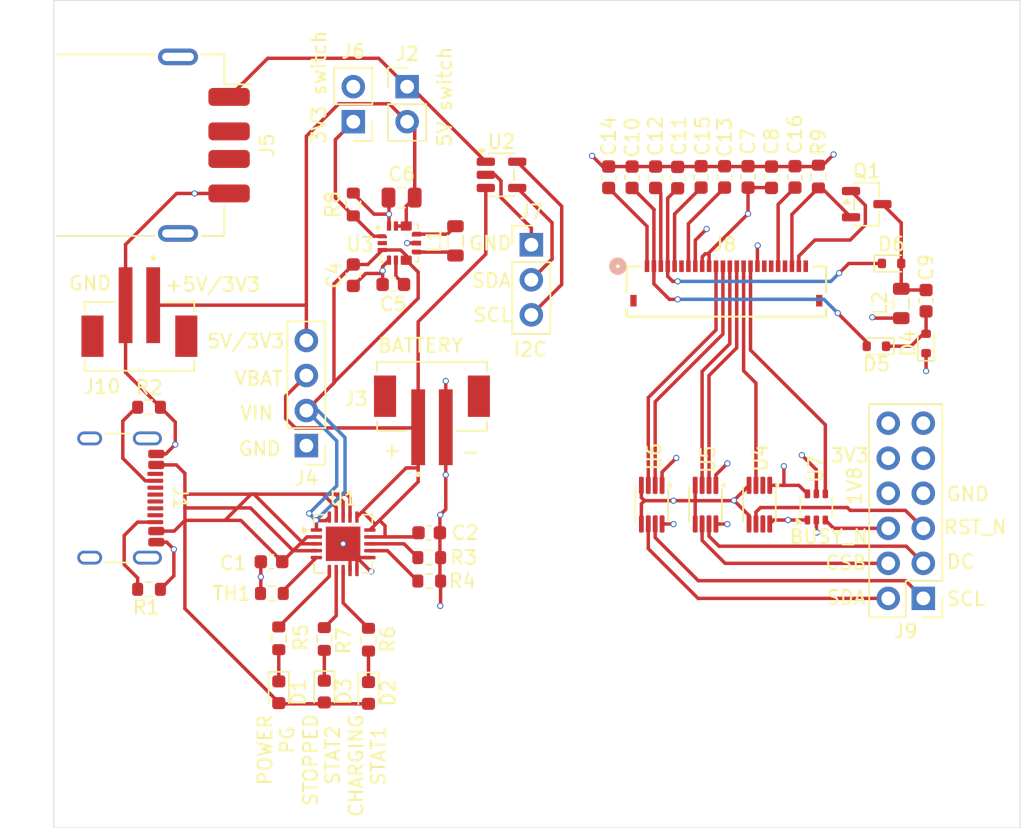
<source format=kicad_pcb>
(kicad_pcb (version 20241229) (generator "pcbnew") (generator_version "9.0")
  (layers (0 "F.Cu" signal) (4 "In1.Cu" signal) (6 "In2.Cu" signal) (2 "B.Cu" signal) (13 "F.Paste" user) (15 "B.Paste" user) (5 "F.SilkS" user "F.Silkscreen") (7 "B.SilkS" user "B.Silkscreen") (1 "F.Mask" user) (3 "B.Mask" user) (25 "Edge.Cuts" user))
  (net 0 "")
  (net 1 "GND")
  (net 2 "Net-(D1-A)")
  (net 3 "VBAT")
  (net 4 "VIN")
  (net 5 "Net-(U3-BIAS)")
  (net 6 "+5V")
  (net 7 "Net-(D1-K)")
  (net 8 "Net-(D2-K)")
  (net 9 "Net-(D3-K)")
  (net 13 "Net-(J1-CC1)")
  (net 17 "Net-(J1-CC2)")
  (net 26 "Net-(J6-Pin_1)")
  (net 27 "Net-(J7-Pin_3)")
  (net 28 "Net-(J7-Pin_2)")
  (net 29 "Net-(U3-LX2)")
  (net 30 "Net-(U3-LX1)")
  (net 31 "Net-(U1-PROG1)")
  (net 32 "Net-(U1-PROG3)")
  (net 33 "Net-(U1-~{PG})")
  (net 34 "Net-(U1-STAT1{slash}~{LBO})")
  (net 35 "Net-(U1-STAT2)")
  (net 36 "Net-(U1-THERM)")
  (net 38 "+3V3")
  (net 39 "Net-(D4-A)")
  (net 40 "Net-(D6-A)")
  (net 41 "Net-(D5-A)")
  (net 42 "Net-(D6-K)")
  (net 43 "Net-(J8-VDL)")
  (net 44 "Net-(J8-VDDD)")
  (net 45 "Net-(J8-VCOM)")
  (net 46 "Net-(J8-VDH)")
  (net 47 "Net-(J8-VDHR)")
  (net 48 "Net-(J8-RESE)")
  (net 49 "Net-(J8-BUSY_N)")
  (net 51 "Net-(J8-SDA)")
  (net 53 "Net-(J8-SCL)")
  (net 55 "Net-(J8-RST_N)")
  (net 56 "Net-(J8-DC)")
  (net 57 "Net-(J8-CSB)")
  (net 62 "Net-(J8-GDR)")
  (net 63 "E2417_RST_N")
  (net 64 "+1V8")
  (net 65 "E2417_DC")
  (net 66 "E2417_CSB")
  (net 67 "E2417_SCL")
  (net 68 "E2417_SDA")
  (net 69 "E2417_BUSY_N")
  (net 75 "Net-(J2-Pin_1)")
  (footprint "LED_SMD:LED_0603_1608Metric" (layer "F.Cu") (at 84.2 106.2125 -90)
    (property "Reference" "D3")
    (property "Value" "LED")
  )
  (footprint "Package_TO_SOT_SMD:SOT-23-5" (layer "F.Cu") (at 97.0375 68.75)
    (property "Reference" "U2")
    (property "Value" "MCP3221/MCP3021")
  )
  (footprint "Connector_PinHeader_2.54mm:PinHeader_1x04_P2.54mm_Vertical" (layer "F.Cu") (at 82.9 88.38 180)
    (property "Reference" "J4")
    (property "Value" "Conn_01x04_Pin")
  )
  (footprint "Package_TO_SOT_SMD:SOT-363_SC-70-6" (layer "F.Cu") (at 119.85 92.825 90)
    (property "Reference" "U7")
    (property "Value" "SN74LVC1T45DCK")
  )
  (footprint "Resistor_SMD:R_0603_1608Metric" (layer "F.Cu") (at 84.2 102.4 90)
    (property "Reference" "R7")
    (property "Value" "510")
  )
  (footprint "Capacitor_SMD:C_0603_1608Metric" (layer "F.Cu") (at 89.2 76.7 180)
    (property "Reference" "C5")
    (property "Value" "1uF")
  )
  (footprint "endeavour2:JST_B2B-PH-SM4-TB" (layer "F.Cu") (at 92 84.8)
    (property "Reference" "J3")
    (property "Value" "Battery")
  )
  (footprint "Inductor_SMD:L_0805_2012Metric" (layer "F.Cu") (at 126 78.075 90)
    (property "Reference" "L2")
    (property "Value" "10uH")
  )
  (footprint "LED_SMD:LED_0603_1608Metric" (layer "F.Cu") (at 87.4 106.3125 -90)
    (property "Reference" "D2")
    (property "Value" "LED")
  )
  (footprint "Connector_PinHeader_2.54mm:PinHeader_2x06_P2.54mm_Vertical" (layer "F.Cu") (at 127.6 99.455 180)
    (property "Reference" "J9")
    (property "Value" "Conn_02x06_Odd_Even")
  )
  (footprint "Diode_SMD:D_SOD-523" (layer "F.Cu") (at 125.3 75.175)
    (property "Reference" "D6")
    (property "Value" "RB751S40T1G")
  )
  (footprint "Inductor_SMD:L_0805_2012Metric" (layer "F.Cu") (at 93.7 73.5375 90)
    (property "Reference" "L1")
    (property "Value" "1uH")
  )
  (footprint "Capacitor_SMD:C_0603_1608Metric" (layer "F.Cu") (at 108.2 68.925 -90)
    (property "Reference" "C12")
    (property "Value" "4.7uF")
  )
  (footprint "Capacitor_SMD:C_0603_1608Metric" (layer "F.Cu") (at 91.8 94.7)
    (property "Reference" "C2")
    (property "Value" "4.7uF")
  )
  (footprint "Package_SO:VSSOP-8_2.3x2mm_P0.5mm" (layer "F.Cu") (at 111.8225 92.66 -90)
    (property "Reference" "U5")
    (property "Value" "SN74LVC2T45DCUR")
  )
  (footprint "Diode_SMD:D_SOD-523" (layer "F.Cu") (at 124.2 81.175 180)
    (property "Reference" "D5")
    (property "Value" "RB751S40T1G")
  )
  (footprint "Package_SO:VSSOP-8_2.3x2mm_P0.5mm" (layer "F.Cu") (at 107.9225 92.66 -90)
    (property "Reference" "U6")
    (property "Value" "SN74LVC2T45DCUR")
  )
  (footprint "Capacitor_SMD:C_0603_1608Metric" (layer "F.Cu") (at 80.375 96.8 180)
    (property "Reference" "C1")
    (property "Value" "10uF")
  )
  (footprint "Connector_USB:USB_A_Receptacle_GCT_USB1046" (layer "F.Cu") (at 70.05 66.6 -90)
    (property "Reference" "J5")
    (property "Value" "USB_A")
  )
  (footprint "Resistor_SMD:R_0603_1608Metric" (layer "F.Cu") (at 71.5 85.6)
    (property "Reference" "R2")
    (property "Value" "5.1K")
  )
  (footprint "Capacitor_SMD:C_0603_1608Metric" (layer "F.Cu") (at 109.8 68.95 -90)
    (property "Reference" "C11")
    (property "Value" "4.7uF")
  )
  (footprint "LED_SMD:LED_0603_1608Metric" (layer "F.Cu") (at 80.9 106.2625 -90)
    (property "Reference" "D1")
    (property "Value" "LED")
  )
  (footprint "Package_DFN_QFN:QFN-20-1EP_4x4mm_P0.5mm_EP2.5x2.5mm" (layer "F.Cu") (at 85.5625 95.5)
    (property "Reference" "U1")
    (property "Value" "MCP73871-2CC")
  )
  (footprint "Resistor_SMD:R_0603_1608Metric" (layer "F.Cu") (at 91.8 98.2 180)
    (property "Reference" "R4")
    (property "Value" "15K")
  )
  (footprint "Capacitor_SMD:C_0603_1608Metric" (layer "F.Cu") (at 113.2 68.9 -90)
    (property "Reference" "C13")
    (property "Value" "1uF")
  )
  (footprint "Resistor_SMD:R_0603_1608Metric" (layer "F.Cu") (at 120 68.875 -90)
    (property "Reference" "R9")
    (property "Value" "0.47")
  )
  (footprint "Capacitor_SMD:C_0603_1608Metric" (layer "F.Cu") (at 118.3 68.9 -90)
    (property "Reference" "C16")
    (property "Value" "4.7uF")
  )
  (footprint "Resistor_SMD:R_0603_1608Metric" (layer "F.Cu") (at 87.4 102.45 90)
    (property "Reference" "R6")
    (property "Value" "510")
  )
  (footprint "Capacitor_SMD:C_0603_1608Metric" (layer "F.Cu") (at 111.5 68.9 -90)
    (property "Reference" "C15")
    (property "Value" "4.7uF")
  )
  (footprint "Capacitor_SMD:C_0603_1608Metric" (layer "F.Cu") (at 106.5 68.925 -90)
    (property "Reference" "C10")
    (property "Value" "4.7uF")
  )
  (footprint "Resistor_SMD:R_0603_1608Metric" (layer "F.Cu") (at 80.4 99.1)
    (property "Reference" "TH1")
    (property "Value" "10K")
  )
  (footprint "Capacitor_SMD:C_0805_2012Metric" (layer "F.Cu") (at 89.8 70.4 180)
    (property "Reference" "C6")
    (property "Value" "22uF")
  )
  (footprint "Capacitor_SMD:C_0603_1608Metric" (layer "F.Cu") (at 104.8 68.925 -90)
    (property "Reference" "C14")
    (property "Value" "4.7uF")
  )
  (footprint "Package_TO_SOT_SMD:SOT-23-3" (layer "F.Cu") (at 123.5 70.875)
    (property "Reference" "Q1")
    (property "Value" "SSM3K336R,LF")
  )
  (footprint "Capacitor_SMD:C_0603_1608Metric" (layer "F.Cu") (at 86.3 76.025 -90)
    (property "Reference" "C4")
    (property "Value" "10uF")
  )
  (footprint "Resistor_SMD:R_0603_1608Metric" (layer "F.Cu") (at 71.5 98.8)
    (property "Reference" "R1")
    (property "Value" "5.1K")
  )
  (footprint "endeavour2:USB_C_Receptacle_GCT_USB4105-xx-A_16P_TopMnt_Horizontal" (layer "F.Cu") (at 68.275 92.18 -90)
    (property "Reference" "J1")
    (property "Value" "USB_C_Receptacle_USB2.0")
  )
  (footprint "Package_DFN_QFN:Maxim_FC2QFN-14_2.5x2.5mm_P0.5mm" (layer "F.Cu") (at 89.6375 73.7)
    (property "Reference" "U3")
    (property "Value" "MAX77827AEFD")
  )
  (footprint "Resistor_SMD:R_0603_1608Metric" (layer "F.Cu") (at 91.8 96.5 180)
    (property "Reference" "R3")
    (property "Value" "2K")
  )
  (footprint "Diode_SMD:D_SOD-523" (layer "F.Cu") (at 127.8 80.975 90)
    (property "Reference" "D4")
    (property "Value" "RB751S40T1G")
  )
  (footprint "endeavour2:CONN24X1_CF35242D0RE-NH_CVI" (layer "F.Cu") (at 113.330002 77.214087)
    (property "Reference" "J8")
    (property "Value" "CF35242D0RE-NH")
  )
  (footprint "Capacitor_SMD:C_0603_1608Metric" (layer "F.Cu") (at 127.8 77.875 -90)
    (property "Reference" "C9")
    (property "Value" "4.7uF")
  )
  (footprint "endeavour2:JST_B2B-PH-SM4-TB" (layer "F.Cu") (at 70.8 80.45 180)
    (property "Reference" "J10")
    (property "Value" "Out")
  )
  (footprint "Package_SO:VSSOP-8_2.3x2mm_P0.5mm" (layer "F.Cu") (at 115.7225 92.66 -90)
    (property "Reference" "U4")
    (property "Value" "SN74LVC2T45DCUR")
  )
  (footprint "Resistor_SMD:R_0603_1608Metric" (layer "F.Cu") (at 86.3 70.9 -90)
    (property "Reference" "R8")
    (property "Value" "4.99K")
  )
  (footprint "Capacitor_SMD:C_0603_1608Metric" (layer "F.Cu") (at 114.9 68.9 -90)
    (property "Reference" "C7")
    (property "Value" "4.7uF")
  )
  (footprint "Connector_PinHeader_2.54mm:PinHeader_1x02_P2.54mm_Vertical" (layer "F.Cu") (at 90.2 62.36)
    (property "Reference" "J2")
    (property "Value" "Conn_01x02_Pin")
  )
  (footprint "Connector_PinHeader_2.54mm:PinHeader_1x02_P2.54mm_Vertical" (layer "F.Cu") (at 86.3 64.9 180)
    (property "Reference" "J6")
    (property "Value" "Conn_01x02_Pin")
  )
  (footprint "Capacitor_SMD:C_0603_1608Metric" (layer "F.Cu") (at 116.6 68.925 -90)
    (property "Reference" "C8")
    (property "Value" "0.1uF")
  )
  (footprint "Resistor_SMD:R_0603_1608Metric" (layer "F.Cu") (at 80.9 102.35 90)
    (property "Reference" "R5")
    (property "Value" "510")
  )
  (footprint "Connector_PinHeader_2.54mm:PinHeader_1x03_P2.54mm_Vertical" (layer "F.Cu") (at 99.2 73.82)
    (property "Reference" "J7")
    (property "Value" "Conn_01x03_Pin")
  )
  (gr_rect (start 64.6 56.1) (end 134.6 116.1) (stroke (width 0.05)) (fill no) (layer "Edge.Cuts"))
  (gr_text "RST_N" (at 129 94.875 0) (layer "F.SilkS") (effects (font (size 1 1) (thickness 0.153)) (justify left bottom)))
  (gr_text "SDA" (at 120.51 99.975 0) (layer "F.SilkS") (effects (font (size 1 1) (thickness 0.153)) (justify left bottom)))
  (gr_text "GND" (at 77.9 89.2 0) (layer "F.SilkS") (effects (font (size 1 1) (thickness 0.153)) (justify left bottom)))
  (gr_text "3V3 switch" (at 84.4 66.6 90) (layer "F.SilkS") (effects (font (size 1 1) (thickness 0.153)) (justify left bottom)))
  (gr_text "3V3" (at 120.8 89.675 0) (layer "F.SilkS") (effects (font (size 1 1) (thickness 0.153)) (justify left bottom)))
  (gr_text "GND" (at 65.6 77.2 0) (layer "F.SilkS") (effects (font (size 1 1) (thickness 0.153)) (justify left bottom)))
  (gr_text "SCL" (at 94.9 79.5 0) (layer "F.SilkS") (effects (font (size 1 1) (thickness 0.153)) (justify left bottom)))
  (gr_text "5V/3V3" (at 75.6 81.4 0) (layer "F.SilkS") (effects (font (size 1 1) (thickness 0.153)) (justify left bottom)))
  (gr_text "SCL" (at 129.21 100.075 0) (layer "F.SilkS") (effects (font (size 1 1) (thickness 0.153)) (justify left bottom)))
  (gr_text "CHARGING\n   STAT1" (at 88.7 115.4 90) (layer "F.SilkS") (effects (font (size 1 1) (thickness 0.153)) (justify left bottom)))
  (gr_text "CSB" (at 120.41 97.475 0) (layer "F.SilkS") (effects (font (size 1 1) (thickness 0.153)) (justify left bottom)))
  (gr_text "-" (at 94.1 89.4 0) (layer "F.SilkS") (effects (font (size 1 1) (thickness 0.153)) (justify left bottom)))
  (gr_text "BUSY_N" (at 117.81 95.575 0) (layer "F.SilkS") (effects (font (size 1 1) (thickness 0.153)) (justify left bottom)))
  (gr_text "SDA" (at 94.8 77 0) (layer "F.SilkS") (effects (font (size 1 1) (thickness 0.153)) (justify left bottom)))
  (gr_text "+5V/3V3" (at 72.6 77.3 0) (layer "F.SilkS") (effects (font (size 1 1) (thickness 0.153)) (justify left bottom)))
  (gr_text "GND" (at 94.6 74.3 0) (layer "F.SilkS") (effects (font (size 1 1) (thickness 0.153)) (justify left bottom)))
  (gr_text "POWER\n   PG" (at 82.1 113.1 90) (layer "F.SilkS") (effects (font (size 1 1) (thickness 0.153)) (justify left bottom)))
  (gr_text "5V switch" (at 93.5 66.8 90) (layer "F.SilkS") (effects (font (size 1 1) (thickness 0.153)) (justify left bottom)))
  (gr_text "BATTERY" (at 88 81.7 0) (layer "F.SilkS") (effects (font (size 1 1) (thickness 0.153)) (justify left bottom)))
  (gr_text "1V8" (at 123.2 92.775 90) (layer "F.SilkS") (effects (font (size 1 1) (thickness 0.153)) (justify left bottom)))
  (gr_text "VBAT" (at 77.6 84.1 0) (layer "F.SilkS") (effects (font (size 1 1) (thickness 0.153)) (justify left bottom)))
  (gr_text "DC" (at 129.2 97.375 0) (layer "F.SilkS") (effects (font (size 1 1) (thickness 0.153)) (justify left bottom)))
  (gr_text "VIN" (at 78 86.6 0) (layer "F.SilkS") (effects (font (size 1 1) (thickness 0.153)) (justify left bottom)))
  (gr_text "GND" (at 129.2 92.475 0) (layer "F.SilkS") (effects (font (size 1 1) (thickness 0.153)) (justify left bottom)))
  (gr_text "I2C" (at 97.8 82 0) (layer "F.SilkS") (effects (font (size 1 1) (thickness 0.153)) (justify left bottom)))
  (gr_text "+" (at 88.4 89.3 0) (layer "F.SilkS") (effects (font (size 1 1) (thickness 0.153)) (justify left bottom)))
  (gr_text "STOPPED\n  STAT2" (at 85.4 114.6 90) (layer "F.SilkS") (effects (font (size 1 1) (thickness 0.153)) (justify left bottom)))
  (segment (start 86.3 76.8) (end 87.2 75.9) (width 0.25) (layer "F.Cu") (net 1))
  (segment (start 107.4 92.375) (end 107.1725 92.1475) (width 0.25) (layer "F.Cu") (net 1))
  (segment (start 107.1725 92.6025) (end 107.4 92.375) (width 0.25) (layer "F.Cu") (net 1))
  (segment (start 88.8875 71.6) (end 88.8875 70.4375) (width 0.25) (layer "F.Cu") (net 1))
  (segment (start 111.1 92.375) (end 109.5 92.375) (width 0.25) (layer "F.Cu") (net 1))
  (segment (start 115.580003 73.894997) (end 115.6 73.875) (width 0.25) (layer "F.Cu") (net 1))
  (segment (start 87.2 75.9) (end 88.225 75.9) (width 0.25) (layer "F.Cu") (net 1))
  (segment (start 90.875 73.7) (end 90.2 73.7) (width 0.25) (layer "F.Cu") (net 1))
  (segment (start 109.5 92.375) (end 107.4 92.375) (width 0.25) (layer "F.Cu") (net 1))
  (segment (start 107.1725 92.1475) (end 107.1725 91.26) (width 0.25) (layer "F.Cu") (net 1))
  (segment (start 113.8575 92.375) (end 111.1 92.375) (width 0.25) (layer "F.Cu") (net 1))
  (segment (start 69.8 73.8) (end 73.5 70.1) (width 0.25) (layer "F.Cu") (net 1))
  (segment (start 87.5 96.5) (end 86.5625 96.5) (width 0.25) (layer "F.Cu") (net 1))
  (segment (start 69.8 83.075) (end 72.325 85.6) (width 0.25) (layer "F.Cu") (net 1))
  (segment (start 119.85 90.125) (end 118.8 89.075) (width 0.25) (layer "F.Cu") (net 1))
  (segment (start 119.85 94.625) (end 119.9 94.675) (width 0.25) (layer "F.Cu") (net 1))
  (segment (start 93 90.5) (end 93 93) (width 0.25) (layer "F.Cu") (net 1))
  (segment (start 88.425 76.7) (end 88.425 75.7) (width 0.25) (layer "F.Cu") (net 1))
  (segment (start 88.8875 72.4625) (end 88.8875 71.6) (width 0.25) (layer "F.Cu") (net 1))
  (segment (start 86.5625 96.5) (end 85.5625 95.5) (width 0.25) (layer "F.Cu") (net 1))
  (segment (start 119.85 91.875) (end 119.85 90.125) (width 0.25) (layer "F.Cu") (net 1))
  (segment (start 87.8 71.6) (end 86.3 70.1) (width 0.25) (layer "F.Cu") (net 1))
  (segment (start 114.9725 93.4475) (end 113.87875 92.35375) (width 0.25) (layer "F.Cu") (net 1))
  (segment (start 79.6 97.9) (end 79.6 99.075) (width 0.25) (layer "F.Cu") (net 1))
  (segment (start 111.0725 91.26) (end 111.0725 92.3475) (width 0.25) (layer "F.Cu") (net 1))
  (segment (start 107.1725 94.06) (end 107.1725 92.6025) (width 0.25) (layer "F.Cu") (net 1))
  (segment (start 111.0725 92.3475) (end 111.1 92.375) (width 0.25) (layer "F.Cu") (net 1))
  (segment (start 79.6 99.075) (end 79.575 99.1) (width 0.25) (layer "F.Cu") (net 1))
  (segment (start 88.225 75.9) (end 88.425 75.7) (width 0.25) (layer "F.Cu") (net 1))
  (segment (start 88.425 75.4) (end 88.8875 74.9375) (width 0.25) (layer "F.Cu") (net 1))
  (segment (start 119.9 68.15) (end 120 68.05) (width 0.25) (layer "F.Cu") (net 1))
  (segment (start 120.325 68.05) (end 121.1 67.275) (width 0.25) (layer "F.Cu") (net 1))
  (segment (start 88.8875 71.6) (end 87.8 71.6) (width 0.25) (layer "F.Cu") (net 1))
  (segment (start 79.6 96.8) (end 79.6 97.9) (width 0.25) (layer "F.Cu") (net 1))
  (segment (start 73.3 97.825) (end 73.3 95.9) (width 0.25) (layer "F.Cu") (net 1))
  (segment (start 92.575 94.7) (end 92.575 98.15) (width 0.25) (layer "F.Cu") (net 1))
  (segment (start 85.5625 95.5) (end 87.5625 97.5) (width 0.25) (layer "F.Cu") (net 1))
  (segment (start 73.5 70.1) (end 74.8 70.1) (width 0.25) (layer "F.Cu") (net 1))
  (segment (start 69.8 78.2) (end 69.8 73.8) (width 0.25) (layer "F.Cu") (net 1))
  (segment (start 114.9725 94.06) (end 114.9725 93.4475) (width 0.25) (layer "F.Cu") (net 1))
  (segment (start 119.85 93.775) (end 119.85 94.625) (width 0.25) (layer "F.Cu") (net 1))
  (segment (start 95.9 68.75) (end 96.562499 68.75) (width 0.25) (layer "F.Cu") (net 1))
  (segment (start 86.3 70.1) (end 86.3 70.075) (width 0.25) (layer "F.Cu") (net 1))
  (segment (start 72.325 85.6) (end 73.4 86.675) (width 0.25) (layer "F.Cu") (net 1))
  (segment (start 92.575 94.7) (end 92.575 93.425) (width 0.25) (layer "F.Cu") (net 1))
  (segment (start 97 70.4) (end 99.2 72.6) (width 0.25) (layer "F.Cu") (net 1))
  (segment (start 111.0725 94.06) (end 111.0725 92.4025) (width 0.25) (layer "F.Cu") (net 1))
  (segment (start 97 69.187501) (end 97 70.4) (width 0.25) (layer "F.Cu") (net 1))
  (segment (start 104.375 68.15) (end 103.6 67.375) (width 0.25) (layer "F.Cu") (net 1))
  (segment (start 113.87875 92.35375) (end 113.8575 92.375) (width 0.25) (layer "F.Cu") (net 1))
  (segment (start 88.8875 70.4375) (end 88.85 70.4) (width 0.25) (layer "F.Cu") (net 1))
  (segment (start 72.325 98.8) (end 73.3 97.825) (width 0.25) (layer "F.Cu") (net 1))
  (segment (start 87.5625 97.5) (end 87.6 97.5) (width 0.25) (layer "F.Cu") (net 1))
  (segment (start 92.575 98.15) (end 92.625 98.2) (width 0.25) (layer "F.Cu") (net 1))
  (segment (start 73.4 86.675) (end 73.4 88.3) (width 0.25) (layer "F.Cu") (net 1))
  (segment (start 114.9725 91.26) (end 113.87875 92.35375) (width 0.25) (layer "F.Cu") (net 1))
  (segment (start 99.2 72.6) (end 99.2 73.82) (width 0.25) (layer "F.Cu") (net 1))
  (segment (start 88.425 75.7) (end 88.425 75.4) (width 0.25) (layer "F.Cu") (net 1))
  (segment (start 104.8 68.15) (end 119.9 68.15) (width 0.25) (layer "F.Cu") (net 1))
  (segment (start 104.8 68.15) (end 104.375 68.15) (width 0.25) (layer "F.Cu") (net 1))
  (segment (start 111.080001 73.494999) (end 111.9 72.675) (width 0.25) (layer "F.Cu") (net 1))
  (segment (start 72.025 88.98) (end 72.72 88.98) (width 0.25) (layer "F.Cu") (net 1))
  (segment (start 86.5625 97.4375) (end 86.5625 96.5) (width 0.25) (layer "F.Cu") (net 1))
  (segment (start 111.0725 92.4025) (end 111.1 92.375) (width 0.25) (layer "F.Cu") (net 1))
  (segment (start 92.625 99.975) (end 92.6 100) (width 0.25) (layer "F.Cu") (net 1))
  (segment (start 72.72 88.98) (end 73.4 88.3) (width 0.25) (layer "F.Cu") (net 1))
  (segment (start 72.025 95.38) (end 72.78 95.38) (width 0.25) (layer "F.Cu") (net 1))
  (segment (start 92.575 93.425) (end 92.6 93.4) (width 0.25) (layer "F.Cu") (net 1))
  (segment (start 92.625 98.2) (end 92.625 99.975) (width 0.25) (layer "F.Cu") (net 1))
  (segment (start 96.562499 68.75) (end 97 69.187501) (width 0.25) (layer "F.Cu") (net 1))
  (segment (start 93 87.05) (end 93 83.7) (width 0.25) (layer "F.Cu") (net 1))
  (segment (start 127.8 81.675) (end 127.8 82.975) (width 0.25) (layer "F.Cu") (net 1))
  (segment (start 86.0625 96) (end 85.5625 95.5) (width 0.25) (layer "F.Cu") (net 1))
  (segment (start 69.8 78.2) (end 69.8 83.075) (width 0.25) (layer "F.Cu") (net 1))
  (segment (start 120 68.05) (end 120.325 68.05) (width 0.25) (layer "F.Cu") (net 1))
  (segment (start 72.78 95.38) (end 73.3 95.9) (width 0.25) (layer "F.Cu") (net 1))
  (segment (start 115.580003 75.375) (end 115.580003 73.894997) (width 0.25) (layer "F.Cu") (net 1))
  (segment (start 111.080001 75.375) (end 111.080001 73.494999) (width 0.25) (layer "F.Cu") (net 1))
  (segment (start 93 87.05) (end 93 90.5) (width 0.25) (layer "F.Cu") (net 1))
  (segment (start 93 93) (end 92.6 93.4) (width 0.25) (layer "F.Cu") (net 1))
  (segment (start 86.0625 97.4375) (end 86.0625 96) (width 0.25) (layer "F.Cu") (net 1))
  (segment (start 77.3 70.1) (end 74.8 70.1) (width 0.25) (layer "F.Cu") (net 1))
  (via (at 118.8 89.075) (size 0.45) (drill 0.3) (layers "F.Cu" "B.Cu") (net 1))
  (via (at 121.1 67.275) (size 0.45) (drill 0.3) (layers "F.Cu" "B.Cu") (net 1))
  (via (at 73.3 95.9) (size 0.45) (drill 0.3) (layers "F.Cu" "B.Cu") (net 1))
  (via (at 103.6 67.375) (size 0.45) (drill 0.3) (layers "F.Cu" "B.Cu") (net 1))
  (via (at 119.9 94.675) (size 0.45) (drill 0.3) (layers "F.Cu" "B.Cu") (net 1))
  (via (at 87.6 97.5) (size 0.45) (drill 0.3) (layers "F.Cu" "B.Cu") (net 1))
  (via (at 88.425 75.7) (size 0.45) (drill 0.3) (layers "F.Cu" "B.Cu") (net 1))
  (via (at 113.87875 92.35375) (size 0.45) (drill 0.3) (layers "F.Cu" "B.Cu") (net 1))
  (via (at 92.6 93.4) (size 0.45) (drill 0.3) (layers "F.Cu" "B.Cu") (net 1))
  (via (at 90.2 73.7) (size 0.45) (drill 0.3) (layers "F.Cu" "B.Cu") (net 1))
  (via (at 79.6 97.9) (size 0.45) (drill 0.3) (layers "F.Cu" "B.Cu") (net 1))
  (via (at 93 90.5) (size 0.45) (drill 0.3) (layers "F.Cu" "B.Cu") (net 1))
  (via (at 92.6 100) (size 0.45) (drill 0.3) (layers "F.Cu" "B.Cu") (net 1))
  (via (at 127.8 82.975) (size 0.45) (drill 0.3) (layers "F.Cu" "B.Cu") (net 1))
  (via (at 93 83.7) (size 0.45) (drill 0.3) (layers "F.Cu" "B.Cu") (net 1))
  (via (at 73.4 88.3) (size 0.45) (drill 0.3) (layers "F.Cu" "B.Cu") (net 1))
  (via (at 111.9 72.675) (size 0.45) (drill 0.3) (layers "F.Cu" "B.Cu") (net 1))
  (via (at 74.8 70.1) (size 0.45) (drill 0.3) (layers "F.Cu" "B.Cu") (net 1))
  (via (at 88.8875 71.6) (size 0.45) (drill 0.3) (layers "F.Cu" "B.Cu") (net 1))
  (via (at 115.6 73.875) (size 0.45) (drill 0.3) (layers "F.Cu" "B.Cu") (net 1))
  (via (at 109.5 92.375) (size 0.45) (drill 0.3) (layers "F.Cu" "B.Cu") (net 1))
  (via (at 85.5625 95.5) (size 0.45) (drill 0.3) (layers "F.Cu" "B.Cu") (net 1))
  (segment (start 73.48 89.78) (end 72.025 89.78) (width 0.25) (layer "F.Cu") (net 2))
  (segment (start 79.1 91.9) (end 82.575 95.375) (width 0.25) (layer "F.Cu") (net 2))
  (segment (start 85.8 91.9) (end 85 91.9) (width 0.25) (layer "F.Cu") (net 2))
  (segment (start 77 93.8) (end 78.15 93.8) (width 0.25) (layer "F.Cu") (net 2))
  (segment (start 74.1 90.4) (end 73.48 89.78) (width 0.25) (layer "F.Cu") (net 2))
  (segment (start 86.0625 93.5625) (end 86.0625 92.1625) (width 0.25) (layer "F.Cu") (net 2))
  (segment (start 74.1 93.8) (end 74.1 92.9) (width 0.25) (layer "F.Cu") (net 2))
  (segment (start 81.95 96) (end 81.15 96.8) (width 0.25) (layer "F.Cu") (net 2))
  (segment (start 85 91.9) (end 84.1 91.9) (width 0.25) (layer "F.Cu") (net 2))
  (segment (start 82.575 95.375) (end 82.45 95.5) (width 0.25) (layer "F.Cu") (net 2))
  (segment (start 82.45 95.5) (end 81.95 96) (width 0.25) (layer "F.Cu") (net 2))
  (segment (start 79.3 91.9) (end 79.1 91.9) (width 0.25) (layer "F.Cu") (net 2))
  (segment (start 85.5625 93.5625) (end 85.5625 92.4625) (width 0.25) (layer "F.Cu") (net 2))
  (segment (start 87.4 107.1) (end 80.95 107.1) (width 0.25) (layer "F.Cu") (net 2))
  (segment (start 73.32 94.58) (end 74.1 93.8) (width 0.25) (layer "F.Cu") (net 2))
  (segment (start 79.3 91.9) (end 78.9 91.9) (width 0.25) (layer "F.Cu") (net 2))
  (segment (start 85.0625 93.5625) (end 85.0625 92.8625) (width 0.25) (layer "F.Cu") (net 2))
  (segment (start 85.0625 92.8625) (end 84.1 91.9) (width 0.25) (layer "F.Cu") (net 2))
  (segment (start 84.1 91.9) (end 79.3 91.9) (width 0.25) (layer "F.Cu") (net 2))
  (segment (start 78.9 91.9) (end 77 93.8) (width 0.25) (layer "F.Cu") (net 2))
  (segment (start 80.95 107.1) (end 80.9 107.05) (width 0.25) (layer "F.Cu") (net 2))
  (segment (start 74.1 91.9) (end 74.1 90.4) (width 0.25) (layer "F.Cu") (net 2))
  (segment (start 80.9 107) (end 74.1 100.2) (width 0.25) (layer "F.Cu") (net 2))
  (segment (start 78.85 92.9) (end 81.95 96) (width 0.25) (layer "F.Cu") (net 2))
  (segment (start 82.95 95) (end 82.575 95.375) (width 0.25) (layer "F.Cu") (net 2))
  (segment (start 85.5625 92.4625) (end 85 91.9) (width 0.25) (layer "F.Cu") (net 2))
  (segment (start 78.15 93.8) (end 81.15 96.8) (width 0.25) (layer "F.Cu") (net 2))
  (segment (start 86.0625 92.1625) (end 85.8 91.9) (width 0.25) (layer "F.Cu") (net 2))
  (segment (start 74.1 100.2) (end 74.1 93.8) (width 0.25) (layer "F.Cu") (net 2))
  (segment (start 83.625 95.5) (end 82.45 95.5) (width 0.25) (layer "F.Cu") (net 2))
  (segment (start 83.625 96) (end 81.95 96) (width 0.25) (layer "F.Cu") (net 2))
  (segment (start 74.1 92.9) (end 78.85 92.9) (width 0.25) (layer "F.Cu") (net 2))
  (segment (start 83.625 95) (end 82.95 95) (width 0.25) (layer "F.Cu") (net 2))
  (segment (start 74.1 91.9) (end 79.1 91.9) (width 0.25) (layer "F.Cu") (net 2))
  (segment (start 80.9 107.05) (end 80.9 107) (width 0.25) (layer "F.Cu") (net 2))
  (segment (start 74.1 93.8) (end 77 93.8) (width 0.25) (layer "F.Cu") (net 2))
  (segment (start 72.025 94.58) (end 73.32 94.58) (width 0.25) (layer "F.Cu") (net 2))
  (segment (start 74.1 92.9) (end 74.1 91.9) (width 0.25) (layer "F.Cu") (net 2))
  (segment (start 91 87.05) (end 91 90) (width 0.25) (layer "F.Cu") (net 3))
  (segment (start 91 91) (end 88.2 93.8) (width 0.25) (layer "F.Cu") (net 3))
  (segment (start 87.9 94.1) (end 87.5 94.5) (width 0.25) (layer "F.Cu") (net 3))
  (segment (start 95.9 74.5) (end 91 79.4) (width 0.25) (layer "F.Cu") (net 3))
  (segment (start 95.9 69.7) (end 95.9 74.5) (width 0.25) (layer "F.Cu") (net 3))
  (segment (start 88.6 94.2) (end 88.6 95) (width 0.25) (layer "F.Cu") (net 3))
  (segment (start 88.2 93.8) (end 88.6 94.2) (width 0.25) (layer "F.Cu") (net 3))
  (segment (start 87.0125 93.2125) (end 86.9125 93.2125) (width 0.25) (layer "F.Cu") (net 3))
  (segment (start 82.9 83.3) (end 81.4 84.8) (width 0.25) (layer "F.Cu") (net 3))
  (segment (start 90.125 90) (end 91 90) (width 0.25) (layer "F.Cu") (net 3))
  (segment (start 82.096 87.1) (end 90.95 87.1) (width 0.25) (layer "F.Cu") (net 3))
  (segment (start 88.6 95) (end 90.725 95) (width 0.25) (layer "F.Cu") (net 3))
  (segment (start 90.725 95) (end 91.025 94.7) (width 0.25) (layer "F.Cu") (net 3))
  (segment (start 91 79.4) (end 91 87.05) (width 0.25) (layer "F.Cu") (net 3))
  (segment (start 91 90) (end 91 91) (width 0.25) (layer "F.Cu") (net 3))
  (segment (start 90.95 87.1) (end 91 87.05) (width 0.25) (layer "F.Cu") (net 3))
  (segment (start 88.2 93.8) (end 87.9 94.1) (width 0.25) (layer "F.Cu") (net 3))
  (segment (start 81.4 84.8) (end 81.4 86.404) (width 0.25) (layer "F.Cu") (net 3))
  (segment (start 86.5625 93.5625) (end 86.9125 93.2125) (width 0.25) (layer "F.Cu") (net 3))
  (segment (start 86.9125 93.2125) (end 90.125 90) (width 0.25) (layer "F.Cu") (net 3))
  (segment (start 81.4 86.404) (end 82.096 87.1) (width 0.25) (layer "F.Cu") (net 3))
  (segment (start 87.9 94.1) (end 87.0125 93.2125) (width 0.25) (layer "F.Cu") (net 3))
  (segment (start 87.5 95) (end 88.6 95) (width 0.25) (layer "F.Cu") (net 3))
  (segment (start 83.625 93.825) (end 84.3 93.825) (width 0.25) (layer "F.Cu") (net 4))
  (segment (start 84.9 83.84) (end 84.9 76.65) (width 0.25) (layer "F.Cu") (net 4))
  (segment (start 84.9 76.65) (end 86.3 75.25) (width 0.25) (layer "F.Cu") (net 4))
  (segment (start 84.3 93.825) (end 84.5625 93.5625) (width 0.25) (layer "F.Cu") (net 4))
  (segment (start 84.9 83.8) (end 91 77.7) (width 0.25) (layer "F.Cu") (net 4))
  (segment (start 91 75.8) (end 90.1375 74.9375) (width 0.25) (layer "F.Cu") (net 4))
  (segment (start 86.3 75.25) (end 87.35 75.25) (width 0.25) (layer "F.Cu") (net 4))
  (segment (start 90.1375 74.6) (end 89.7375 74.2) (width 0.25) (layer "F.Cu") (net 4))
  (segment (start 83.6 93.8) (end 83.1 93.3) (width 0.25) (layer "F.Cu") (net 4))
  (segment (start 83.6 93.8) (end 83.625 93.825) (width 0.25) (layer "F.Cu") (net 4))
  (segment (start 82.9 85.84) (end 84.9 83.84) (width 0.25) (layer "F.Cu") (net 4))
  (segment (start 83.625 94.5) (end 83.625 93.825) (width 0.25) (layer "F.Cu") (net 4))
  (segment (start 90.1375 74.9375) (end 90.1375 74.6) (width 0.25) (layer "F.Cu") (net 4))
  (segment (start 87.35 75.25) (end 88.4 74.2) (width 0.25) (layer "F.Cu") (net 4))
  (segment (start 91 77.7) (end 91 75.8) (width 0.25) (layer "F.Cu") (net 4))
  (segment (start 84.9 83.84) (end 84.9 83.8) (width 0.25) (layer "F.Cu") (net 4))
  (segment (start 89.7375 74.2) (end 88.4 74.2) (width 0.25) (layer "F.Cu") (net 4))
  (via (at 83.6 93.8) (size 0.45) (drill 0.3) (layers "F.Cu" "B.Cu") (net 4))
  (via (at 83.1 93.3) (size 0.45) (drill 0.3) (layers "F.Cu" "B.Cu") (net 4))
  (segment (start 83.6 93.8) (end 83.1 93.3) (width 0.25) (layer "B.Cu") (net 4))
  (segment (start 85.7 87.8) (end 83.74 85.84) (width 0.25) (layer "B.Cu") (net 4))
  (segment (start 85.7 91.7) (end 85.7 87.8) (width 0.25) (layer "B.Cu") (net 4))
  (segment (start 83.74 85.84) (end 82.9 85.84) (width 0.25) (layer "B.Cu") (net 4))
  (segment (start 85.1 88.04) (end 82.9 85.84) (width 0.25) (layer "B.Cu") (net 4))
  (segment (start 85.1 91.3) (end 85.1 88.04) (width 0.25) (layer "B.Cu") (net 4))
  (segment (start 83.6 93.8) (end 85.7 91.7) (width 0.25) (layer "B.Cu") (net 4))
  (segment (start 83.1 93.3) (end 85.1 91.3) (width 0.25) (layer "B.Cu") (net 4))
  (segment (start 89.3875 76.1125) (end 89.975 76.7) (width 0.25) (layer "F.Cu") (net 5))
  (segment (start 89.3875 74.9375) (end 89.3875 76.1125) (width 0.25) (layer "F.Cu") (net 5))
  (segment (start 82.9 65.948) (end 82.9 78.2) (width 0.25) (layer "F.Cu") (net 6))
  (segment (start 90.75 65.45) (end 90.2 64.9) (width 0.25) (layer "F.Cu") (net 6))
  (segment (start 90.75 70.4) (end 90.75 65.45) (width 0.25) (layer "F.Cu") (net 6))
  (segment (start 71.8 78.2) (end 82.9 78.2) (width 0.25) (layer "F.Cu") (net 6))
  (segment (start 82.9 78.2) (end 82.9 80.76) (width 0.25) (layer "F.Cu") (net 6))
  (segment (start 90.1375 72.4625) (end 90.1375 71.0125) (width 0.25) (layer "F.Cu") (net 6))
  (segment (start 88.9 63.6) (end 85.248 63.6) (width 0.25) (layer "F.Cu") (net 6))
  (segment (start 90.1375 71.0125) (end 90.75 70.4) (width 0.25) (layer "F.Cu") (net 6))
  (segment (start 89.3875 72.4625) (end 90.1375 72.4625) (width 0.25) (layer "F.Cu") (net 6))
  (segment (start 90.2 64.9) (end 88.9 63.6) (width 0.25) (layer "F.Cu") (net 6))
  (segment (start 85.248 63.6) (end 82.9 65.948) (width 0.25) (layer "F.Cu") (net 6))
  (segment (start 80.9 103.175) (end 80.9 105.475) (width 0.25) (layer "F.Cu") (net 7))
  (segment (start 87.4 103.275) (end 87.4 105.525) (width 0.25) (layer "F.Cu") (net 8))
  (segment (start 84.2 103.225) (end 84.2 105.425) (width 0.25) (layer "F.Cu") (net 9))
  (segment (start 69.6 89.3) (end 69.6 86.6) (width 0.25) (layer "F.Cu") (net 13))
  (segment (start 70.6 85.6) (end 70.675 85.6) (width 0.25) (layer "F.Cu") (net 13))
  (segment (start 71.955 90.93) (end 71.23 90.93) (width 0.25) (layer "F.Cu") (net 13))
  (segment (start 71.23 90.93) (end 69.6 89.3) (width 0.25) (layer "F.Cu") (net 13))
  (segment (start 69.6 86.6) (end 70.6 85.6) (width 0.25) (layer "F.Cu") (net 13))
  (segment (start 70.67 93.93) (end 69.7 94.9) (width 0.25) (layer "F.Cu") (net 17))
  (segment (start 70.675 97.975) (end 70.675 98.8) (width 0.25) (layer "F.Cu") (net 17))
  (segment (start 69.7 97) (end 70.675 97.975) (width 0.25) (layer "F.Cu") (net 17))
  (segment (start 71.955 93.93) (end 70.67 93.93) (width 0.25) (layer "F.Cu") (net 17))
  (segment (start 69.7 94.9) (end 69.7 97) (width 0.25) (layer "F.Cu") (net 17))
  (segment (start 85 66.2) (end 86.3 64.9) (width 0.25) (layer "F.Cu") (net 26))
  (segment (start 87.775 73.2) (end 86.3 71.725) (width 0.25) (layer "F.Cu") (net 26))
  (segment (start 86.3 71.725) (end 85 70.425) (width 0.25) (layer "F.Cu") (net 26))
  (segment (start 85 70.425) (end 85 66.2) (width 0.25) (layer "F.Cu") (net 26))
  (segment (start 88.4 73.2) (end 87.775 73.2) (width 0.25) (layer "F.Cu") (net 26))
  (segment (start 101.4 71.025) (end 101.4 76.7) (width 0.25) (layer "F.Cu") (net 27))
  (segment (start 101.4 76.7) (end 99.2 78.9) (width 0.25) (layer "F.Cu") (net 27))
  (segment (start 98.175 67.8) (end 101.4 71.025) (width 0.25) (layer "F.Cu") (net 27))
  (segment (start 100.7 74.86) (end 99.2 76.36) (width 0.25) (layer "F.Cu") (net 28))
  (segment (start 98.175 69.7) (end 100.7 72.225) (width 0.25) (layer "F.Cu") (net 28))
  (segment (start 100.7 72.225) (end 100.7 74.86) (width 0.25) (layer "F.Cu") (net 28))
  (segment (start 90.875 73.05) (end 93.125 73.05) (width 0.25) (layer "F.Cu") (net 29))
  (segment (start 93.125 73.05) (end 93.7 72.475) (width 0.25) (layer "F.Cu") (net 29))
  (segment (start 93.45 74.35) (end 93.7 74.6) (width 0.25) (layer "F.Cu") (net 30))
  (segment (start 90.875 74.35) (end 93.45 74.35) (width 0.25) (layer "F.Cu") (net 30))
  (segment (start 89.975 95.5) (end 90.975 96.5) (width 0.25) (layer "F.Cu") (net 31))
  (segment (start 87.5 95.5) (end 89.975 95.5) (width 0.25) (layer "F.Cu") (net 31))
  (segment (start 87.5 96) (end 88.775 96) (width 0.25) (layer "F.Cu") (net 32))
  (segment (start 88.775 96) (end 90.975 98.2) (width 0.25) (layer "F.Cu") (net 32))
  (segment (start 84.5625 97.4375) (end 84.5625 97.8625) (width 0.25) (layer "F.Cu") (net 33))
  (segment (start 84.5625 97.8625) (end 80.9 101.525) (width 0.25) (layer "F.Cu") (net 33))
  (segment (start 85.5625 99.7875) (end 87.4 101.625) (width 0.25) (layer "F.Cu") (net 34))
  (segment (start 85.5625 97.4375) (end 85.5625 99.7875) (width 0.25) (layer "F.Cu") (net 34))
  (segment (start 85.0625 97.4375) (end 85.0625 100.7125) (width 0.25) (layer "F.Cu") (net 35))
  (segment (start 85.0625 100.7125) (end 84.2 101.575) (width 0.25) (layer "F.Cu") (net 35))
  (segment (start 81.225 98.9) (end 81.225 99.1) (width 0.25) (layer "F.Cu") (net 36))
  (segment (start 83.625 96.5) (end 81.225 98.9) (width 0.25) (layer "F.Cu") (net 36))
  (segment (start 112.5725 91.26) (end 112.5725 90.5025) (width 0.25) (layer "F.Cu") (net 38))
  (segment (start 126 79.1375) (end 123.9625 79.1375) (width 0.25) (layer "F.Cu") (net 38))
  (segment (start 114.9 69.675) (end 116.575 69.675) (width 0.25) (layer "F.Cu") (net 38))
  (segment (start 111.8 74.475) (end 112 74.475) (width 0.25) (layer "F.Cu") (net 38))
  (segment (start 119.2 91.875) (end 118.585 91.26) (width 0.25) (layer "F.Cu") (net 38))
  (segment (start 112.080002 74.555002) (end 112.080002 75.375) (width 0.25) (layer "F.Cu") (net 38))
  (segment (start 108.6725 91.26) (end 108.6725 90.3025) (width 0.25) (layer "F.Cu") (net 38))
  (segment (start 118.585 91.26) (end 117.5 91.26) (width 0.25) (layer "F.Cu") (net 38))
  (segment (start 112 74.475) (end 112.080002 74.555002) (width 0.25) (layer "F.Cu") (net 38))
  (segment (start 112.5725 90.5025) (end 113.4 89.675) (width 0.25) (layer "F.Cu") (net 38))
  (segment (start 114.9 71.575) (end 114.9 69.675) (width 0.25) (layer "F.Cu") (net 38))
  (segment (start 111.580003 74.694997) (end 111.8 74.475) (width 0.25) (layer "F.Cu") (net 38))
  (segment (start 117.5 91.26) (end 116.4725 91.26) (width 0.25) (layer "F.Cu") (net 38))
  (segment (start 112 74.475) (end 114.9 71.575) (width 0.25) (layer "F.Cu") (net 38))
  (segment (start 108.6725 90.3025) (end 109.7 89.275) (width 0.25) (layer "F.Cu") (net 38))
  (segment (start 116.575 69.675) (end 116.6 69.7) (width 0.25) (layer "F.Cu") (net 38))
  (segment (start 111.580003 75.375) (end 111.580003 74.694997) (width 0.25) (layer "F.Cu") (net 38))
  (segment (start 123.9625 79.1375) (end 123.9 79.075) (width 0.25) (layer "F.Cu") (net 38))
  (segment (start 117.5 91.26) (end 117.5 89.875) (width 0.25) (layer "F.Cu") (net 38))
  (via (at 123.9 79.075) (size 0.45) (drill 0.3) (layers "F.Cu" "B.Cu") (net 38))
  (via (at 113.4 89.675) (size 0.45) (drill 0.3) (layers "F.Cu" "B.Cu") (net 38))
  (via (at 117.5 89.875) (size 0.45) (drill 0.3) (layers "F.Cu" "B.Cu") (net 38))
  (via (at 109.7 89.275) (size 0.45) (drill 0.3) (layers "F.Cu" "B.Cu") (net 38))
  (via (at 114.9 71.575) (size 0.45) (drill 0.3) (layers "F.Cu" "B.Cu") (net 38))
  (segment (start 126.7 81.175) (end 124.9 81.175) (width 0.25) (layer "F.Cu") (net 39))
  (segment (start 127.8 80.275) (end 127.6 80.275) (width 0.25) (layer "F.Cu") (net 39))
  (segment (start 127.8 78.65) (end 127.8 80.275) (width 0.25) (layer "F.Cu") (net 39))
  (segment (start 127.6 80.275) (end 126.7 81.175) (width 0.25) (layer "F.Cu") (net 39))
  (segment (start 126 72.2375) (end 126 75.175) (width 0.25) (layer "F.Cu") (net 40))
  (segment (start 126.0875 77.1) (end 126 77.0125) (width 0.25) (layer "F.Cu") (net 40))
  (segment (start 127.8 77.1) (end 126.0875 77.1) (width 0.25) (layer "F.Cu") (net 40))
  (segment (start 124.6375 70.875) (end 126 72.2375) (width 0.25) (layer "F.Cu") (net 40))
  (segment (start 126 75.175) (end 126 77.0125) (width 0.25) (layer "F.Cu") (net 40))
  (segment (start 109.2 77.775) (end 109.8 77.775) (width 0.25) (layer "F.Cu") (net 41))
  (segment (start 108.080002 75.375) (end 108.080002 71.294998) (width 0.25) (layer "F.Cu") (net 41))
  (segment (start 108.080002 75.375) (end 108.080002 76.655002) (width 0.25) (layer "F.Cu") (net 41))
  (segment (start 109 77.575) (end 109.2 77.775) (width 0.25) (layer "F.Cu") (net 41))
  (segment (start 123.5 80.875) (end 123.5 81.175) (width 0.25) (layer "F.Cu") (net 41))
  (segment (start 108.080002 71.294998) (end 108.1 71.275) (width 0.25) (layer "F.Cu") (net 41))
  (segment (start 108.1 71.275) (end 106.525 69.7) (width 0.25) (layer "F.Cu") (net 41))
  (segment (start 121.4 78.775) (end 123.5 80.875) (width 0.25) (layer "F.Cu") (net 41))
  (segment (start 108.080002 76.655002) (end 109 77.575) (width 0.25) (layer "F.Cu") (net 41))
  (segment (start 106.525 69.7) (end 106.5 69.7) (width 0.25) (layer "F.Cu") (net 41))
  (via (at 109.8 77.775) (size 0.45) (drill 0.3) (layers "F.Cu" "B.Cu") (net 41))
  (via (at 121.4 78.775) (size 0.45) (drill 0.3) (layers "F.Cu" "B.Cu") (net 41))
  (segment (start 120.4 77.775) (end 121.4 78.775) (width 0.25) (layer "B.Cu") (net 41))
  (segment (start 109.8 77.775) (end 120.4 77.775) (width 0.25) (layer "B.Cu") (net 41))
  (segment (start 109.080003 70.444997) (end 109.8 69.725) (width 0.25) (layer "F.Cu") (net 42))
  (segment (start 121.5 75.875) (end 122.2 75.175) (width 0.25) (layer "F.Cu") (net 42))
  (segment (start 122.2 75.175) (end 124.6 75.175) (width 0.25) (layer "F.Cu") (net 42))
  (segment (start 109.080003 76.111201) (end 109.443802 76.475) (width 0.25) (layer "F.Cu") (net 42))
  (segment (start 109.080003 75.375) (end 109.080003 76.111201) (width 0.25) (layer "F.Cu") (net 42))
  (segment (start 109.443802 76.475) (end 109.8 76.475) (width 0.25) (layer "F.Cu") (net 42))
  (segment (start 109.080003 75.375) (end 109.080003 70.444997) (width 0.25) (layer "F.Cu") (net 42))
  (via (at 121.5 75.875) (size 0.45) (drill 0.3) (layers "F.Cu" "B.Cu") (net 42))
  (via (at 109.8 76.475) (size 0.45) (drill 0.3) (layers "F.Cu" "B.Cu") (net 42))
  (segment (start 109.8 76.475) (end 120.9 76.475) (width 0.25) (layer "B.Cu") (net 42))
  (segment (start 120.9 76.475) (end 121.5 75.875) (width 0.25) (layer "B.Cu") (net 42))
  (segment (start 108.580001 70.080001) (end 108.2 69.7) (width 0.25) (layer "F.Cu") (net 43))
  (segment (start 108.580001 75.375) (end 108.580001 70.080001) (width 0.25) (layer "F.Cu") (net 43))
  (segment (start 110.580002 72.294998) (end 113.2 69.675) (width 0.25) (layer "F.Cu") (net 44))
  (segment (start 110.580002 75.375) (end 110.580002 72.294998) (width 0.25) (layer "F.Cu") (net 44))
  (segment (start 107.580001 75.375) (end 107.580001 72.480001) (width 0.25) (layer "F.Cu") (net 45))
  (segment (start 107.580001 72.480001) (end 104.8 69.7) (width 0.25) (layer "F.Cu") (net 45))
  (segment (start 109.580002 71.594998) (end 111.5 69.675) (width 0.25) (layer "F.Cu") (net 46))
  (segment (start 109.580002 75.375) (end 109.580002 71.594998) (width 0.25) (layer "F.Cu") (net 46))
  (segment (start 117.080002 75.375) (end 117.080002 70.894998) (width 0.25) (layer "F.Cu") (net 47))
  (segment (start 117.080002 70.894998) (end 118.3 69.675) (width 0.25) (layer "F.Cu") (net 47))
  (segment (start 118.080003 71.619997) (end 120 69.7) (width 0.25) (layer "F.Cu") (net 48))
  (segment (start 120.2375 69.7) (end 120 69.7) (width 0.25) (layer "F.Cu") (net 48))
  (segment (start 118.080003 75.375) (end 118.080003 71.619997) (width 0.25) (layer "F.Cu") (net 48))
  (segment (start 122.3625 71.825) (end 120.2375 69.7) (width 0.25) (layer "F.Cu") (net 48))
  (segment (start 115.080001 75.375) (end 115.080001 81.455001) (width 0.25) (layer "F.Cu") (net 49))
  (segment (start 115.080001 81.455001) (end 120.5 86.875) (width 0.25) (layer "F.Cu") (net 49))
  (segment (start 120.5 86.875) (end 120.5 91.875) (width 0.25) (layer "F.Cu") (net 49))
  (segment (start 112.580001 75.375) (end 112.580001 79.994999) (width 0.25) (layer "F.Cu") (net 51))
  (segment (start 107.6725 84.9025) (end 107.6725 91.26) (width 0.25) (layer "F.Cu") (net 51))
  (segment (start 112.580001 79.994999) (end 107.6725 84.9025) (width 0.25) (layer "F.Cu") (net 51))
  (segment (start 113.080002 75.375) (end 113.080002 80.294998) (width 0.25) (layer "F.Cu") (net 53))
  (segment (start 113.080002 80.294998) (end 108.1725 85.2025) (width 0.25) (layer "F.Cu") (net 53))
  (segment (start 108.1725 85.2025) (end 108.1725 91.26) (width 0.25) (layer "F.Cu") (net 53))
  (segment (start 115.4725 83.8475) (end 115.4725 91.26) (width 0.25) (layer "F.Cu") (net 55))
  (segment (start 114.580002 75.375) (end 114.580002 82.955002) (width 0.25) (layer "F.Cu") (net 55))
  (segment (start 114.580002 82.955002) (end 115.4725 83.8475) (width 0.25) (layer "F.Cu") (net 55))
  (segment (start 112.0725 83.3025) (end 112.0725 91.26) (width 0.25) (layer "F.Cu") (net 56))
  (segment (start 114.080003 81.294997) (end 112.0725 83.3025) (width 0.25) (layer "F.Cu") (net 56))
  (segment (start 114.080003 75.375) (end 114.080003 81.294997) (width 0.25) (layer "F.Cu") (net 56))
  (segment (start 111.5725 83.0025) (end 111.5725 91.26) (width 0.25) (layer "F.Cu") (net 57))
  (segment (start 113.580002 75.375) (end 113.580002 80.994998) (width 0.25) (layer "F.Cu") (net 57))
  (segment (start 113.580002 80.994998) (end 111.5725 83.0025) (width 0.25) (layer "F.Cu") (net 57))
  (segment (start 122.3 73.475) (end 123.4 72.375) (width 0.25) (layer "F.Cu") (net 62))
  (segment (start 123.4 70.9625) (end 122.3625 69.925) (width 0.25) (layer "F.Cu") (net 62))
  (segment (start 119.743801 73.475) (end 122.3 73.475) (width 0.25) (layer "F.Cu") (net 62))
  (segment (start 118.580002 74.638799) (end 119.743801 73.475) (width 0.25) (layer "F.Cu") (net 62))
  (segment (start 123.4 72.375) (end 123.4 70.9625) (width 0.25) (layer "F.Cu") (net 62))
  (segment (start 118.580002 75.375) (end 118.580002 74.638799) (width 0.25) (layer "F.Cu") (net 62))
  (segment (start 115.4725 93.2025) (end 115.8 92.875) (width 0.25) (layer "F.Cu") (net 63))
  (segment (start 126.3 93.075) (end 127.6 94.375) (width 0.25) (layer "F.Cu") (net 63))
  (segment (start 115.4725 94.06) (end 115.4725 93.2025) (width 0.25) (layer "F.Cu") (net 63))
  (segment (start 122.1 92.875) (end 122.3 93.075) (width 0.25) (layer "F.Cu") (net 63))
  (segment (start 122.3 93.075) (end 126.3 93.075) (width 0.25) (layer "F.Cu") (net 63))
  (segment (start 115.8 92.875) (end 122.1 92.875) (width 0.25) (layer "F.Cu") (net 63))
  (segment (start 116.4725 94.06) (end 116.7575 93.775) (width 0.25) (layer "F.Cu") (net 64))
  (segment (start 116.7575 93.775) (end 117.8 93.775) (width 0.25) (layer "F.Cu") (net 64))
  (segment (start 113.4 94.075) (end 113.385 94.06) (width 0.25) (layer "F.Cu") (net 64))
  (segment (start 109.5 94.075) (end 109.485 94.06) (width 0.25) (layer "F.Cu") (net 64))
  (segment (start 117.8 93.775) (end 119.2 93.775) (width 0.25) (layer "F.Cu") (net 64))
  (segment (start 108.6725 94.06) (end 109.485 94.06) (width 0.25) (layer "F.Cu") (net 64))
  (segment (start 112.5725 94.06) (end 113.385 94.06) (width 0.25) (layer "F.Cu") (net 64))
  (via (at 113.4 94.075) (size 0.45) (drill 0.3) (layers "F.Cu" "B.Cu") (net 64))
  (via (at 109.5 94.075) (size 0.45) (drill 0.3) (layers "F.Cu" "B.Cu") (net 64))
  (via (at 117.8 93.775) (size 0.45) (drill 0.3) (layers "F.Cu" "B.Cu") (net 64))
  (segment (start 126.36 95.675) (end 127.6 96.915) (width 0.25) (layer "F.Cu") (net 65))
  (segment (start 112.0725 94.06) (end 112.0725 94.9475) (width 0.25) (layer "F.Cu") (net 65))
  (segment (start 112.0725 94.9475) (end 112.8 95.675) (width 0.25) (layer "F.Cu") (net 65))
  (segment (start 112.8 95.675) (end 126.36 95.675) (width 0.25) (layer "F.Cu") (net 65))
  (segment (start 111.5725 95.2475) (end 113.24 96.915) (width 0.25) (layer "F.Cu") (net 66))
  (segment (start 113.24 96.915) (end 125.06 96.915) (width 0.25) (layer "F.Cu") (net 66))
  (segment (start 111.5725 94.06) (end 111.5725 95.2475) (width 0.25) (layer "F.Cu") (net 66))
  (segment (start 111.3 98.175) (end 126.32 98.175) (width 0.25) (layer "F.Cu") (net 67))
  (segment (start 126.32 98.175) (end 127.6 99.455) (width 0.25) (layer "F.Cu") (net 67))
  (segment (start 108.1725 95.0475) (end 111.3 98.175) (width 0.25) (layer "F.Cu") (net 67))
  (segment (start 108.1725 94.06) (end 108.1725 95.0475) (width 0.25) (layer "F.Cu") (net 67))
  (segment (start 107.6725 95.8475) (end 111.28 99.455) (width 0.25) (layer "F.Cu") (net 68))
  (segment (start 111.28 99.455) (end 125.06 99.455) (width 0.25) (layer "F.Cu") (net 68))
  (segment (start 107.6725 94.06) (end 107.6725 95.8475) (width 0.25) (layer "F.Cu") (net 68))
  (segment (start 121.1 94.375) (end 125.06 94.375) (width 0.25) (layer "F.Cu") (net 69))
  (segment (start 120.5 93.775) (end 121.1 94.375) (width 0.25) (layer "F.Cu") (net 69))
  (segment (start 88.14 60.3) (end 90.2 62.36) (width 0.25) (layer "F.Cu") (net 75))
  (segment (start 77.3 63.1) (end 80.1 60.3) (width 0.25) (layer "F.Cu") (net 75))
  (segment (start 90.46 62.36) (end 90.2 62.36) (width 0.25) (layer "F.Cu") (net 75))
  (segment (start 80.1 60.3) (end 88.14 60.3) (width 0.25) (layer "F.Cu") (net 75))
  (segment (start 95.9 67.8) (end 90.46 62.36) (width 0.25) (layer "F.Cu") (net 75))
)
</source>
